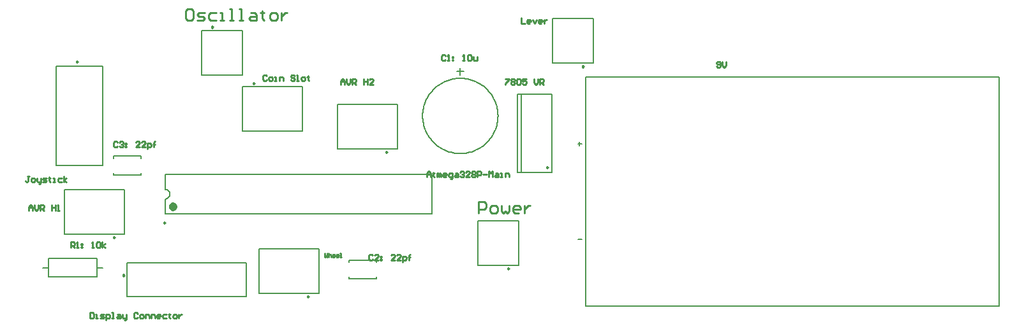
<source format=gto>
G04*
G04 #@! TF.GenerationSoftware,Altium Limited,Altium Designer,23.10.1 (27)*
G04*
G04 Layer_Color=65535*
%FSLAX25Y25*%
%MOIN*%
G70*
G04*
G04 #@! TF.SameCoordinates,5FF5A223-D15A-4C9D-8392-CC208A2D619A*
G04*
G04*
G04 #@! TF.FilePolarity,Positive*
G04*
G01*
G75*
%ADD10C,0.00984*%
%ADD11C,0.00787*%
%ADD12C,0.02362*%
%ADD13C,0.01000*%
D10*
X140992Y156567D02*
X140254Y156993D01*
Y156141D01*
X140992Y156567D01*
X295492Y30114D02*
X294754Y30540D01*
Y29688D01*
X295492Y30114D01*
X70311Y138347D02*
X69573Y138773D01*
Y137920D01*
X70311Y138347D01*
X190992Y15433D02*
X190254Y15859D01*
Y15007D01*
X190992Y15433D01*
X162492Y127067D02*
X161754Y127493D01*
Y126641D01*
X162492Y127067D01*
X231992Y91114D02*
X231254Y91540D01*
Y90688D01*
X231992Y91114D01*
X89492Y46433D02*
X88754Y46859D01*
Y46007D01*
X89492Y46433D01*
X334492Y135933D02*
X333754Y136359D01*
Y135507D01*
X334492Y135933D01*
X115874Y54000D02*
X115136Y54426D01*
Y53574D01*
X115874Y54000D01*
X94421Y26500D02*
X93683Y26926D01*
Y26074D01*
X94421Y26500D01*
X315823Y83087D02*
X315085Y83513D01*
Y82660D01*
X315823Y83087D01*
D11*
X289685Y110000D02*
X289660Y110997D01*
X289584Y111991D01*
X289458Y112980D01*
X289282Y113962D01*
X289057Y114934D01*
X288783Y115893D01*
X288460Y116836D01*
X288090Y117763D01*
X287674Y118669D01*
X287212Y119553D01*
X286706Y120412D01*
X286157Y121245D01*
X285567Y122049D01*
X284936Y122822D01*
X284268Y123562D01*
X283563Y124267D01*
X282823Y124936D01*
X282050Y125566D01*
X281246Y126156D01*
X280413Y126705D01*
X279554Y127211D01*
X278670Y127673D01*
X277763Y128089D01*
X276837Y128459D01*
X275893Y128782D01*
X274934Y129056D01*
X273963Y129282D01*
X272981Y129458D01*
X271992Y129584D01*
X270997Y129659D01*
X270000Y129685D01*
X269003Y129659D01*
X268009Y129584D01*
X267019Y129458D01*
X266038Y129282D01*
X265066Y129056D01*
X264107Y128782D01*
X263164Y128459D01*
X262237Y128089D01*
X261331Y127673D01*
X260447Y127211D01*
X259588Y126705D01*
X258755Y126156D01*
X257951Y125566D01*
X257178Y124936D01*
X256438Y124267D01*
X255733Y123562D01*
X255064Y122822D01*
X254434Y122049D01*
X253843Y121245D01*
X253295Y120412D01*
X252789Y119553D01*
X252327Y118669D01*
X251911Y117763D01*
X251541Y116836D01*
X251218Y115893D01*
X250944Y114934D01*
X250718Y113962D01*
X250542Y112980D01*
X250416Y111991D01*
X250341Y110997D01*
X250315Y110000D01*
X250341Y109003D01*
X250416Y108008D01*
X250542Y107019D01*
X250718Y106037D01*
X250944Y105066D01*
X251218Y104107D01*
X251541Y103163D01*
X251911Y102237D01*
X252327Y101330D01*
X252789Y100446D01*
X253295Y99587D01*
X253844Y98754D01*
X254434Y97950D01*
X255064Y97177D01*
X255733Y96437D01*
X256438Y95732D01*
X257178Y95064D01*
X257951Y94433D01*
X258755Y93843D01*
X259588Y93294D01*
X260447Y92788D01*
X261331Y92326D01*
X262237Y91910D01*
X263164Y91540D01*
X264107Y91217D01*
X265066Y90943D01*
X266038Y90718D01*
X267020Y90542D01*
X268009Y90416D01*
X269003Y90340D01*
X270000Y90315D01*
X270997Y90340D01*
X271992Y90416D01*
X272981Y90542D01*
X273963Y90718D01*
X274935Y90943D01*
X275893Y91217D01*
X276837Y91540D01*
X277763Y91910D01*
X278670Y92326D01*
X279554Y92788D01*
X280413Y93294D01*
X281246Y93843D01*
X282050Y94433D01*
X282823Y95064D01*
X283563Y95732D01*
X284268Y96437D01*
X284936Y97177D01*
X285567Y97950D01*
X286157Y98754D01*
X286706Y99587D01*
X287212Y100447D01*
X287674Y101331D01*
X288090Y102237D01*
X288460Y103163D01*
X288783Y104107D01*
X289057Y105066D01*
X289282Y106037D01*
X289458Y107019D01*
X289584Y108008D01*
X289660Y109003D01*
X289685Y110000D01*
X115815Y66500D02*
X116772Y66690D01*
X117583Y67232D01*
X118125Y68043D01*
X118315Y69000D01*
X118125Y69957D01*
X117583Y70768D01*
X116772Y71310D01*
X115815Y71500D01*
X134831Y154894D02*
X156169D01*
X134831Y131468D02*
Y154894D01*
Y131468D02*
X156169D01*
Y154894D01*
X279331Y31787D02*
X300669D01*
Y55213D01*
X279331D02*
X300669D01*
X279331Y31787D02*
Y55213D01*
X58795Y84016D02*
X83205D01*
Y135984D01*
X58795D02*
X83205D01*
X58795Y84016D02*
Y135984D01*
X51850Y30500D02*
X54705D01*
X80295D02*
X83150D01*
X80295Y25579D02*
Y35421D01*
X54705D02*
X80295D01*
X54705Y25579D02*
Y35421D01*
Y25579D02*
X80295D01*
X164831Y17106D02*
X196169D01*
Y40532D01*
X164831D02*
X196169D01*
X164831Y17106D02*
Y40532D01*
X156331Y125394D02*
X187669D01*
X156331Y101969D02*
Y125394D01*
Y101969D02*
X187669D01*
Y125394D01*
X205831Y92787D02*
X237169D01*
Y116213D01*
X205831D02*
X237169D01*
X205831Y92787D02*
Y116213D01*
X63331Y48106D02*
X94669D01*
Y71531D01*
X63331D02*
X94669D01*
X63331Y48106D02*
Y71531D01*
X318331Y137606D02*
X339669D01*
Y161031D01*
X318331D02*
X339669D01*
X318331Y137606D02*
Y161031D01*
X268032Y133228D02*
X271969D01*
X270000Y131260D02*
Y135197D01*
X335528Y10520D02*
X551472D01*
X335528D02*
Y130480D01*
X551472D01*
Y10520D02*
Y130480D01*
X332279Y94516D02*
Y96484D01*
X331394Y95500D02*
X333362D01*
X331394Y45500D02*
X333362D01*
X255185Y58567D02*
Y79433D01*
X115815Y71500D02*
Y79433D01*
Y58567D02*
Y66500D01*
Y79433D02*
X255185D01*
X115815Y58567D02*
X255185D01*
X158299Y15476D02*
Y33193D01*
X95701D02*
X158299D01*
X95701Y15476D02*
Y33193D01*
Y15476D02*
X158299D01*
X301748Y80528D02*
Y121472D01*
X299780Y80528D02*
X317890D01*
Y80528D02*
Y121472D01*
X299780D02*
X317890D01*
X299780Y80528D02*
Y121472D01*
X226087Y24579D02*
Y25661D01*
Y33339D02*
Y34421D01*
X211913D02*
X226087D01*
X211913Y24579D02*
Y25661D01*
Y33339D02*
Y34421D01*
Y24579D02*
X226087D01*
X103087Y79079D02*
Y80161D01*
Y87839D02*
Y88921D01*
X88913D02*
X103087D01*
X88913Y79079D02*
Y80161D01*
Y87839D02*
Y88921D01*
Y79079D02*
X103087D01*
D12*
X120933Y62504D02*
X120488Y63427D01*
X119489Y63655D01*
X118688Y63016D01*
Y61992D01*
X119489Y61352D01*
X120488Y61580D01*
X120933Y62504D01*
D13*
X404001Y136000D02*
X404501Y135501D01*
X405500D01*
X406000Y136000D01*
Y138000D01*
X405500Y138499D01*
X404501D01*
X404001Y138000D01*
Y137500D01*
X404501Y137000D01*
X406000D01*
X407000Y138499D02*
Y136500D01*
X408000Y135501D01*
X408999Y136500D01*
Y138499D01*
X129508Y166180D02*
X127508D01*
X126509Y165181D01*
Y161182D01*
X127508Y160182D01*
X129508D01*
X130507Y161182D01*
Y165181D01*
X129508Y166180D01*
X132507Y160182D02*
X135506D01*
X136505Y161182D01*
X135506Y162181D01*
X133506D01*
X132507Y163181D01*
X133506Y164181D01*
X136505D01*
X142503D02*
X139504D01*
X138505Y163181D01*
Y161182D01*
X139504Y160182D01*
X142503D01*
X144503D02*
X146502D01*
X145502D01*
Y164181D01*
X144503D01*
X149501Y160182D02*
X151500D01*
X150501D01*
Y166180D01*
X149501D01*
X154499Y160182D02*
X156499D01*
X155499D01*
Y166180D01*
X154499D01*
X160498Y164181D02*
X162497D01*
X163497Y163181D01*
Y160182D01*
X160498D01*
X159498Y161182D01*
X160498Y162181D01*
X163497D01*
X166496Y165181D02*
Y164181D01*
X165496D01*
X167495D01*
X166496D01*
Y161182D01*
X167495Y160182D01*
X171494D02*
X173493D01*
X174493Y161182D01*
Y163181D01*
X173493Y164181D01*
X171494D01*
X170494Y163181D01*
Y161182D01*
X171494Y160182D01*
X176492Y164181D02*
Y160182D01*
Y162181D01*
X177492Y163181D01*
X178492Y164181D01*
X179491D01*
X44753Y78499D02*
X43753D01*
X44253D01*
Y76000D01*
X43753Y75500D01*
X43253D01*
X42753Y76000D01*
X46252Y75500D02*
X47252D01*
X47752Y76000D01*
Y77000D01*
X47252Y77500D01*
X46252D01*
X45753Y77000D01*
Y76000D01*
X46252Y75500D01*
X48752Y77500D02*
Y76000D01*
X49251Y75500D01*
X50751D01*
Y75001D01*
X50251Y74501D01*
X49751D01*
X50751Y75500D02*
Y77500D01*
X51751Y75500D02*
X53250D01*
X53750Y76000D01*
X53250Y76500D01*
X52250D01*
X51751Y77000D01*
X52250Y77500D01*
X53750D01*
X55249Y78000D02*
Y77500D01*
X54750D01*
X55749D01*
X55249D01*
Y76000D01*
X55749Y75500D01*
X57249D02*
X58249D01*
X57749D01*
Y77500D01*
X57249D01*
X61747D02*
X60248D01*
X59748Y77000D01*
Y76000D01*
X60248Y75500D01*
X61747D01*
X62747D02*
Y78499D01*
Y76500D02*
X64246Y77500D01*
X62747Y76500D02*
X64246Y75500D01*
X279450Y59050D02*
Y65048D01*
X282449D01*
X283449Y64048D01*
Y62049D01*
X282449Y61049D01*
X279450D01*
X286448Y59050D02*
X288447D01*
X289447Y60050D01*
Y62049D01*
X288447Y63049D01*
X286448D01*
X285448Y62049D01*
Y60050D01*
X286448Y59050D01*
X291446Y63049D02*
Y60050D01*
X292446Y59050D01*
X293445Y60050D01*
X294445Y59050D01*
X295445Y60050D01*
Y63049D01*
X300443Y59050D02*
X298444D01*
X297444Y60050D01*
Y62049D01*
X298444Y63049D01*
X300443D01*
X301443Y62049D01*
Y61049D01*
X297444D01*
X303442Y63049D02*
Y59050D01*
Y61049D01*
X304442Y62049D01*
X305442Y63049D01*
X306441D01*
X262252Y141500D02*
X261753Y141999D01*
X260753D01*
X260253Y141500D01*
Y139500D01*
X260753Y139000D01*
X261753D01*
X262252Y139500D01*
X263252Y139000D02*
X264252D01*
X263752D01*
Y141999D01*
X263252Y141500D01*
X265751Y141000D02*
X266251D01*
Y140500D01*
X265751D01*
Y141000D01*
Y139500D02*
X266251D01*
Y139000D01*
X265751D01*
Y139500D01*
X271249Y139000D02*
X272249D01*
X271749D01*
Y141999D01*
X271249Y141500D01*
X273749D02*
X274249Y141999D01*
X275248D01*
X275748Y141500D01*
Y139500D01*
X275248Y139000D01*
X274249D01*
X273749Y139500D01*
Y141500D01*
X276748Y141000D02*
Y139500D01*
X277248Y139000D01*
X278747D01*
Y141000D01*
X199168Y38000D02*
Y36000D01*
X199835Y36667D01*
X200501Y36000D01*
Y38000D01*
X201167D02*
Y36000D01*
Y37000D01*
X201501Y37333D01*
X202167D01*
X202500Y37000D01*
Y36000D01*
X204167D02*
X203500D01*
X203167Y36334D01*
Y37000D01*
X203500Y37333D01*
X204167D01*
X204500Y37000D01*
Y36667D01*
X203167D01*
X206166Y36000D02*
X205499D01*
X205166Y36334D01*
Y37000D01*
X205499Y37333D01*
X206166D01*
X206499Y37000D01*
Y36667D01*
X205166D01*
X207166Y36000D02*
X207832D01*
X207499D01*
Y38000D01*
X207166D01*
X66503Y41001D02*
Y43999D01*
X68002D01*
X68502Y43500D01*
Y42500D01*
X68002Y42000D01*
X66503D01*
X67503D02*
X68502Y41001D01*
X69502D02*
X70502D01*
X70002D01*
Y43999D01*
X69502Y43500D01*
X72001Y43000D02*
X72501D01*
Y42500D01*
X72001D01*
Y43000D01*
Y41500D02*
X72501D01*
Y41001D01*
X72001D01*
Y41500D01*
X77499Y41001D02*
X78499D01*
X77999D01*
Y43999D01*
X77499Y43500D01*
X79998D02*
X80498Y43999D01*
X81498D01*
X81998Y43500D01*
Y41500D01*
X81498Y41001D01*
X80498D01*
X79998Y41500D01*
Y43500D01*
X82998Y41001D02*
Y43999D01*
Y42000D02*
X84497Y43000D01*
X82998Y42000D02*
X84497Y41001D01*
X301752Y161500D02*
Y158501D01*
X303751D01*
X306251D02*
X305251D01*
X304751Y159000D01*
Y160000D01*
X305251Y160500D01*
X306251D01*
X306751Y160000D01*
Y159500D01*
X304751D01*
X307750Y160500D02*
X308750Y158501D01*
X309750Y160500D01*
X312249Y158501D02*
X311249D01*
X310749Y159000D01*
Y160000D01*
X311249Y160500D01*
X312249D01*
X312749Y160000D01*
Y159500D01*
X310749D01*
X313748Y160500D02*
Y158501D01*
Y159500D01*
X314248Y160000D01*
X314748Y160500D01*
X315248D01*
X76508Y6999D02*
Y4000D01*
X78007D01*
X78507Y4500D01*
Y6499D01*
X78007Y6999D01*
X76508D01*
X79507Y4000D02*
X80506D01*
X80007D01*
Y6000D01*
X79507D01*
X82006Y4000D02*
X83505D01*
X84005Y4500D01*
X83505Y5000D01*
X82506D01*
X82006Y5500D01*
X82506Y6000D01*
X84005D01*
X85005Y3001D02*
Y6000D01*
X86505D01*
X87004Y5500D01*
Y4500D01*
X86505Y4000D01*
X85005D01*
X88004D02*
X89004D01*
X88504D01*
Y6999D01*
X88004D01*
X91003Y6000D02*
X92003D01*
X92503Y5500D01*
Y4000D01*
X91003D01*
X90503Y4500D01*
X91003Y5000D01*
X92503D01*
X93502Y6000D02*
Y4500D01*
X94002Y4000D01*
X95502D01*
Y3500D01*
X95002Y3001D01*
X94502D01*
X95502Y4000D02*
Y6000D01*
X101500Y6499D02*
X101000Y6999D01*
X100000D01*
X99500Y6499D01*
Y4500D01*
X100000Y4000D01*
X101000D01*
X101500Y4500D01*
X102999Y4000D02*
X103999D01*
X104499Y4500D01*
Y5500D01*
X103999Y6000D01*
X102999D01*
X102499Y5500D01*
Y4500D01*
X102999Y4000D01*
X105498D02*
Y6000D01*
X106998D01*
X107498Y5500D01*
Y4000D01*
X108497D02*
Y6000D01*
X109997D01*
X110497Y5500D01*
Y4000D01*
X112996D02*
X111996D01*
X111496Y4500D01*
Y5500D01*
X111996Y6000D01*
X112996D01*
X113496Y5500D01*
Y5000D01*
X111496D01*
X116495Y6000D02*
X114995D01*
X114496Y5500D01*
Y4500D01*
X114995Y4000D01*
X116495D01*
X117994Y6499D02*
Y6000D01*
X117494D01*
X118494D01*
X117994D01*
Y4500D01*
X118494Y4000D01*
X120493D02*
X121493D01*
X121993Y4500D01*
Y5500D01*
X121493Y6000D01*
X120493D01*
X119994Y5500D01*
Y4500D01*
X120493Y4000D01*
X122993Y6000D02*
Y4000D01*
Y5000D01*
X123493Y5500D01*
X123992Y6000D01*
X124492D01*
X169003Y131000D02*
X168503Y131500D01*
X167504D01*
X167004Y131000D01*
Y129000D01*
X167504Y128500D01*
X168503D01*
X169003Y129000D01*
X170503Y128500D02*
X171502D01*
X172002Y129000D01*
Y130000D01*
X171502Y130500D01*
X170503D01*
X170003Y130000D01*
Y129000D01*
X170503Y128500D01*
X173002D02*
X174002D01*
X173502D01*
Y130500D01*
X173002D01*
X175501Y128500D02*
Y130500D01*
X177001D01*
X177500Y130000D01*
Y128500D01*
X183499Y131000D02*
X182999Y131500D01*
X181999D01*
X181499Y131000D01*
Y130500D01*
X181999Y130000D01*
X182999D01*
X183499Y129500D01*
Y129000D01*
X182999Y128500D01*
X181999D01*
X181499Y129000D01*
X184498Y128500D02*
X185498D01*
X184998D01*
Y131500D01*
X184498D01*
X187497Y128500D02*
X188497D01*
X188997Y129000D01*
Y130000D01*
X188497Y130500D01*
X187497D01*
X186997Y130000D01*
Y129000D01*
X187497Y128500D01*
X190496Y131000D02*
Y130500D01*
X189996D01*
X190996D01*
X190496D01*
Y129000D01*
X190996Y128500D01*
X90899Y96199D02*
X90399Y96699D01*
X89400D01*
X88900Y96199D01*
Y94200D01*
X89400Y93700D01*
X90399D01*
X90899Y94200D01*
X91899Y96199D02*
X92399Y96699D01*
X93398D01*
X93898Y96199D01*
Y95699D01*
X93398Y95200D01*
X92899D01*
X93398D01*
X93898Y94700D01*
Y94200D01*
X93398Y93700D01*
X92399D01*
X91899Y94200D01*
X94898Y95699D02*
X95398D01*
Y95200D01*
X94898D01*
Y95699D01*
Y94200D02*
X95398D01*
Y93700D01*
X94898D01*
Y94200D01*
X102396Y93700D02*
X100396D01*
X102396Y95699D01*
Y96199D01*
X101896Y96699D01*
X100896D01*
X100396Y96199D01*
X105395Y93700D02*
X103395D01*
X105395Y95699D01*
Y96199D01*
X104895Y96699D01*
X103895D01*
X103395Y96199D01*
X106394Y92700D02*
Y95699D01*
X107894D01*
X108394Y95200D01*
Y94200D01*
X107894Y93700D01*
X106394D01*
X109893D02*
Y96199D01*
Y95200D01*
X109393D01*
X110393D01*
X109893D01*
Y96199D01*
X110393Y96699D01*
X224253Y36999D02*
X223753Y37499D01*
X222753D01*
X222253Y36999D01*
Y35000D01*
X222753Y34500D01*
X223753D01*
X224253Y35000D01*
X227252Y34500D02*
X225253D01*
X227252Y36500D01*
Y36999D01*
X226752Y37499D01*
X225752D01*
X225253Y36999D01*
X228252Y36500D02*
X228751D01*
Y36000D01*
X228252D01*
Y36500D01*
Y35000D02*
X228751D01*
Y34500D01*
X228252D01*
Y35000D01*
X235749Y34500D02*
X233750D01*
X235749Y36500D01*
Y36999D01*
X235249Y37499D01*
X234250D01*
X233750Y36999D01*
X238748Y34500D02*
X236749D01*
X238748Y36500D01*
Y36999D01*
X238248Y37499D01*
X237249D01*
X236749Y36999D01*
X239748Y33501D02*
Y36500D01*
X241247D01*
X241747Y36000D01*
Y35000D01*
X241247Y34500D01*
X239748D01*
X243247D02*
Y36999D01*
Y36000D01*
X242747D01*
X243746D01*
X243247D01*
Y36999D01*
X243746Y37499D01*
X207503Y126500D02*
Y128500D01*
X208502Y129499D01*
X209502Y128500D01*
Y126500D01*
Y128000D01*
X207503D01*
X210502Y129499D02*
Y127500D01*
X211502Y126500D01*
X212501Y127500D01*
Y129499D01*
X213501Y126500D02*
Y129499D01*
X215000D01*
X215500Y129000D01*
Y128000D01*
X215000Y127500D01*
X213501D01*
X214500D02*
X215500Y126500D01*
X219499Y129499D02*
Y126500D01*
Y128000D01*
X221498D01*
Y129499D01*
Y126500D01*
X224497D02*
X222498D01*
X224497Y128500D01*
Y129000D01*
X223997Y129499D01*
X222998D01*
X222498Y129000D01*
X44503Y60501D02*
Y62500D01*
X45502Y63499D01*
X46502Y62500D01*
Y60501D01*
Y62000D01*
X44503D01*
X47502Y63499D02*
Y61500D01*
X48501Y60501D01*
X49501Y61500D01*
Y63499D01*
X50501Y60501D02*
Y63499D01*
X52000D01*
X52500Y63000D01*
Y62000D01*
X52000Y61500D01*
X50501D01*
X51500D02*
X52500Y60501D01*
X56499Y63499D02*
Y60501D01*
Y62000D01*
X58498D01*
Y63499D01*
Y60501D01*
X59498D02*
X60497D01*
X59998D01*
Y63499D01*
X59498Y63000D01*
X252507Y78000D02*
Y80000D01*
X253507Y80999D01*
X254506Y80000D01*
Y78000D01*
Y79500D01*
X252507D01*
X256006Y80500D02*
Y80000D01*
X255506D01*
X256506D01*
X256006D01*
Y78500D01*
X256506Y78000D01*
X258005D02*
Y80000D01*
X258505D01*
X259005Y79500D01*
Y78000D01*
Y79500D01*
X259505Y80000D01*
X260004Y79500D01*
Y78000D01*
X262504D02*
X261504D01*
X261004Y78500D01*
Y79500D01*
X261504Y80000D01*
X262504D01*
X263003Y79500D01*
Y79000D01*
X261004D01*
X265003Y77001D02*
X265503D01*
X266003Y77500D01*
Y80000D01*
X264503D01*
X264003Y79500D01*
Y78500D01*
X264503Y78000D01*
X266003D01*
X267502Y80000D02*
X268502D01*
X269002Y79500D01*
Y78000D01*
X267502D01*
X267002Y78500D01*
X267502Y79000D01*
X269002D01*
X270001Y80500D02*
X270501Y80999D01*
X271501D01*
X272001Y80500D01*
Y80000D01*
X271501Y79500D01*
X271001D01*
X271501D01*
X272001Y79000D01*
Y78500D01*
X271501Y78000D01*
X270501D01*
X270001Y78500D01*
X275000Y78000D02*
X273000D01*
X275000Y80000D01*
Y80500D01*
X274500Y80999D01*
X273500D01*
X273000Y80500D01*
X275999D02*
X276499Y80999D01*
X277499D01*
X277999Y80500D01*
Y80000D01*
X277499Y79500D01*
X277999Y79000D01*
Y78500D01*
X277499Y78000D01*
X276499D01*
X275999Y78500D01*
Y79000D01*
X276499Y79500D01*
X275999Y80000D01*
Y80500D01*
X276499Y79500D02*
X277499D01*
X278998Y78000D02*
Y80999D01*
X280498D01*
X280998Y80500D01*
Y79500D01*
X280498Y79000D01*
X278998D01*
X281997Y79500D02*
X283997D01*
X284996Y78000D02*
Y80999D01*
X285996Y80000D01*
X286996Y80999D01*
Y78000D01*
X288495Y80000D02*
X289495D01*
X289995Y79500D01*
Y78000D01*
X288495D01*
X287996Y78500D01*
X288495Y79000D01*
X289995D01*
X290995Y78000D02*
X291994D01*
X291494D01*
Y80000D01*
X290995D01*
X293494Y78000D02*
Y80000D01*
X294993D01*
X295493Y79500D01*
Y78000D01*
X293503Y129499D02*
X295503D01*
Y129000D01*
X293503Y127000D01*
Y126500D01*
X296502Y129000D02*
X297002Y129499D01*
X298002D01*
X298502Y129000D01*
Y128500D01*
X298002Y128000D01*
X298502Y127500D01*
Y127000D01*
X298002Y126500D01*
X297002D01*
X296502Y127000D01*
Y127500D01*
X297002Y128000D01*
X296502Y128500D01*
Y129000D01*
X297002Y128000D02*
X298002D01*
X299501Y129000D02*
X300001Y129499D01*
X301001D01*
X301501Y129000D01*
Y127000D01*
X301001Y126500D01*
X300001D01*
X299501Y127000D01*
Y129000D01*
X304500Y129499D02*
X302500D01*
Y128000D01*
X303500Y128500D01*
X304000D01*
X304500Y128000D01*
Y127000D01*
X304000Y126500D01*
X303000D01*
X302500Y127000D01*
X308498Y129499D02*
Y127500D01*
X309498Y126500D01*
X310498Y127500D01*
Y129499D01*
X311497Y126500D02*
Y129499D01*
X312997D01*
X313497Y129000D01*
Y128000D01*
X312997Y127500D01*
X311497D01*
X312497D02*
X313497Y126500D01*
M02*

</source>
